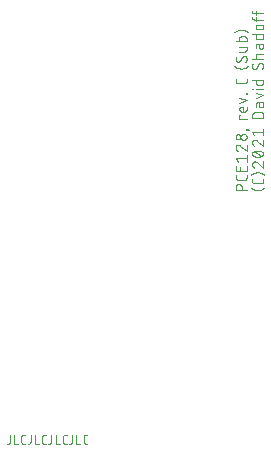
<source format=gbr>
G04 EAGLE Gerber RS-274X export*
G75*
%MOMM*%
%FSLAX34Y34*%
%LPD*%
%INSilkscreen Top*%
%IPPOS*%
%AMOC8*
5,1,8,0,0,1.08239X$1,22.5*%
G01*
%ADD10C,0.076200*%


D10*
X337947Y225171D02*
X328549Y225171D01*
X328549Y227782D01*
X328551Y227883D01*
X328557Y227984D01*
X328567Y228085D01*
X328580Y228185D01*
X328598Y228285D01*
X328619Y228384D01*
X328645Y228482D01*
X328674Y228579D01*
X328706Y228675D01*
X328743Y228769D01*
X328783Y228862D01*
X328827Y228954D01*
X328874Y229043D01*
X328925Y229131D01*
X328979Y229217D01*
X329036Y229300D01*
X329096Y229382D01*
X329160Y229460D01*
X329226Y229537D01*
X329296Y229610D01*
X329368Y229681D01*
X329443Y229749D01*
X329521Y229814D01*
X329601Y229876D01*
X329683Y229935D01*
X329768Y229991D01*
X329855Y230043D01*
X329943Y230092D01*
X330034Y230138D01*
X330126Y230179D01*
X330220Y230218D01*
X330315Y230252D01*
X330411Y230283D01*
X330509Y230310D01*
X330607Y230334D01*
X330707Y230353D01*
X330807Y230369D01*
X330907Y230381D01*
X331008Y230389D01*
X331109Y230393D01*
X331211Y230393D01*
X331312Y230389D01*
X331413Y230381D01*
X331513Y230369D01*
X331613Y230353D01*
X331713Y230334D01*
X331811Y230310D01*
X331909Y230283D01*
X332005Y230252D01*
X332100Y230218D01*
X332194Y230179D01*
X332286Y230138D01*
X332377Y230092D01*
X332466Y230043D01*
X332552Y229991D01*
X332637Y229935D01*
X332719Y229876D01*
X332799Y229814D01*
X332877Y229749D01*
X332952Y229681D01*
X333024Y229610D01*
X333094Y229537D01*
X333160Y229460D01*
X333224Y229382D01*
X333284Y229300D01*
X333341Y229217D01*
X333395Y229131D01*
X333446Y229043D01*
X333493Y228954D01*
X333537Y228862D01*
X333577Y228769D01*
X333614Y228675D01*
X333646Y228579D01*
X333675Y228482D01*
X333701Y228384D01*
X333722Y228285D01*
X333740Y228185D01*
X333753Y228085D01*
X333763Y227984D01*
X333769Y227883D01*
X333771Y227782D01*
X333770Y227782D02*
X333770Y225171D01*
X337947Y235942D02*
X337947Y238030D01*
X337947Y235942D02*
X337945Y235853D01*
X337939Y235765D01*
X337930Y235677D01*
X337917Y235589D01*
X337900Y235502D01*
X337880Y235416D01*
X337855Y235331D01*
X337828Y235246D01*
X337796Y235163D01*
X337762Y235082D01*
X337723Y235002D01*
X337682Y234924D01*
X337637Y234847D01*
X337589Y234773D01*
X337538Y234700D01*
X337484Y234630D01*
X337426Y234563D01*
X337366Y234497D01*
X337304Y234435D01*
X337238Y234375D01*
X337171Y234317D01*
X337101Y234263D01*
X337028Y234212D01*
X336954Y234164D01*
X336877Y234119D01*
X336799Y234078D01*
X336719Y234039D01*
X336638Y234005D01*
X336555Y233973D01*
X336470Y233946D01*
X336385Y233921D01*
X336299Y233901D01*
X336212Y233884D01*
X336124Y233871D01*
X336036Y233862D01*
X335948Y233856D01*
X335859Y233854D01*
X335859Y233853D02*
X330637Y233853D01*
X330546Y233855D01*
X330455Y233861D01*
X330364Y233871D01*
X330274Y233885D01*
X330185Y233903D01*
X330096Y233924D01*
X330009Y233950D01*
X329923Y233979D01*
X329838Y234012D01*
X329754Y234049D01*
X329672Y234089D01*
X329593Y234133D01*
X329515Y234180D01*
X329439Y234231D01*
X329365Y234285D01*
X329294Y234342D01*
X329226Y234402D01*
X329160Y234465D01*
X329097Y234531D01*
X329037Y234599D01*
X328980Y234670D01*
X328926Y234744D01*
X328875Y234820D01*
X328828Y234897D01*
X328784Y234977D01*
X328744Y235059D01*
X328707Y235143D01*
X328674Y235227D01*
X328645Y235314D01*
X328619Y235401D01*
X328598Y235490D01*
X328580Y235579D01*
X328566Y235669D01*
X328556Y235760D01*
X328550Y235851D01*
X328548Y235942D01*
X328549Y235942D02*
X328549Y238030D01*
X337947Y241821D02*
X337947Y245998D01*
X337947Y241821D02*
X328549Y241821D01*
X328549Y245998D01*
X332726Y244954D02*
X332726Y241821D01*
X330637Y249424D02*
X328549Y252034D01*
X337947Y252034D01*
X337947Y249424D02*
X337947Y254645D01*
X330899Y263789D02*
X330804Y263787D01*
X330710Y263781D01*
X330616Y263772D01*
X330522Y263759D01*
X330429Y263742D01*
X330337Y263721D01*
X330245Y263696D01*
X330155Y263668D01*
X330066Y263636D01*
X329978Y263601D01*
X329892Y263562D01*
X329807Y263520D01*
X329724Y263474D01*
X329643Y263425D01*
X329564Y263373D01*
X329487Y263318D01*
X329413Y263259D01*
X329341Y263198D01*
X329271Y263134D01*
X329204Y263067D01*
X329140Y262997D01*
X329079Y262925D01*
X329020Y262851D01*
X328965Y262774D01*
X328913Y262695D01*
X328864Y262614D01*
X328818Y262531D01*
X328776Y262446D01*
X328737Y262360D01*
X328702Y262272D01*
X328670Y262183D01*
X328642Y262093D01*
X328617Y262001D01*
X328596Y261909D01*
X328579Y261816D01*
X328566Y261722D01*
X328557Y261628D01*
X328551Y261534D01*
X328549Y261439D01*
X328551Y261331D01*
X328557Y261222D01*
X328567Y261114D01*
X328580Y261007D01*
X328598Y260900D01*
X328619Y260793D01*
X328644Y260688D01*
X328673Y260583D01*
X328705Y260480D01*
X328742Y260378D01*
X328782Y260277D01*
X328825Y260178D01*
X328872Y260080D01*
X328923Y259984D01*
X328977Y259890D01*
X329034Y259798D01*
X329095Y259708D01*
X329159Y259620D01*
X329225Y259535D01*
X329295Y259452D01*
X329368Y259372D01*
X329444Y259294D01*
X329522Y259219D01*
X329603Y259147D01*
X329687Y259078D01*
X329773Y259012D01*
X329861Y258949D01*
X329952Y258890D01*
X330044Y258833D01*
X330139Y258780D01*
X330236Y258731D01*
X330334Y258685D01*
X330433Y258642D01*
X330535Y258603D01*
X330637Y258568D01*
X332727Y263006D02*
X332658Y263075D01*
X332587Y263141D01*
X332514Y263205D01*
X332438Y263266D01*
X332359Y263324D01*
X332279Y263378D01*
X332196Y263430D01*
X332112Y263478D01*
X332026Y263524D01*
X331938Y263565D01*
X331848Y263604D01*
X331757Y263639D01*
X331665Y263670D01*
X331572Y263698D01*
X331478Y263722D01*
X331383Y263742D01*
X331287Y263759D01*
X331190Y263772D01*
X331093Y263781D01*
X330996Y263787D01*
X330899Y263789D01*
X332726Y263006D02*
X337947Y258568D01*
X337947Y263789D01*
X335336Y267711D02*
X335235Y267713D01*
X335134Y267719D01*
X335033Y267729D01*
X334933Y267742D01*
X334833Y267760D01*
X334734Y267781D01*
X334636Y267807D01*
X334539Y267836D01*
X334443Y267868D01*
X334349Y267905D01*
X334256Y267945D01*
X334164Y267989D01*
X334075Y268036D01*
X333987Y268087D01*
X333901Y268141D01*
X333818Y268198D01*
X333736Y268258D01*
X333658Y268322D01*
X333581Y268388D01*
X333508Y268458D01*
X333437Y268530D01*
X333369Y268605D01*
X333304Y268683D01*
X333242Y268763D01*
X333183Y268845D01*
X333127Y268930D01*
X333075Y269017D01*
X333026Y269105D01*
X332980Y269196D01*
X332939Y269288D01*
X332900Y269382D01*
X332866Y269477D01*
X332835Y269573D01*
X332808Y269671D01*
X332784Y269769D01*
X332765Y269869D01*
X332749Y269969D01*
X332737Y270069D01*
X332729Y270170D01*
X332725Y270271D01*
X332725Y270373D01*
X332729Y270474D01*
X332737Y270575D01*
X332749Y270675D01*
X332765Y270775D01*
X332784Y270875D01*
X332808Y270973D01*
X332835Y271071D01*
X332866Y271167D01*
X332900Y271262D01*
X332939Y271356D01*
X332980Y271448D01*
X333026Y271539D01*
X333075Y271628D01*
X333127Y271714D01*
X333183Y271799D01*
X333242Y271881D01*
X333304Y271961D01*
X333369Y272039D01*
X333437Y272114D01*
X333508Y272186D01*
X333581Y272256D01*
X333658Y272322D01*
X333736Y272386D01*
X333818Y272446D01*
X333901Y272503D01*
X333987Y272557D01*
X334075Y272608D01*
X334164Y272655D01*
X334256Y272699D01*
X334349Y272739D01*
X334443Y272776D01*
X334539Y272808D01*
X334636Y272837D01*
X334734Y272863D01*
X334833Y272884D01*
X334933Y272902D01*
X335033Y272915D01*
X335134Y272925D01*
X335235Y272931D01*
X335336Y272933D01*
X335437Y272931D01*
X335538Y272925D01*
X335639Y272915D01*
X335739Y272902D01*
X335839Y272884D01*
X335938Y272863D01*
X336036Y272837D01*
X336133Y272808D01*
X336229Y272776D01*
X336323Y272739D01*
X336416Y272699D01*
X336508Y272655D01*
X336597Y272608D01*
X336685Y272557D01*
X336771Y272503D01*
X336854Y272446D01*
X336936Y272386D01*
X337014Y272322D01*
X337091Y272256D01*
X337164Y272186D01*
X337235Y272114D01*
X337303Y272039D01*
X337368Y271961D01*
X337430Y271881D01*
X337489Y271799D01*
X337545Y271714D01*
X337597Y271627D01*
X337646Y271539D01*
X337692Y271448D01*
X337733Y271356D01*
X337772Y271262D01*
X337806Y271167D01*
X337837Y271071D01*
X337864Y270973D01*
X337888Y270875D01*
X337907Y270775D01*
X337923Y270675D01*
X337935Y270575D01*
X337943Y270474D01*
X337947Y270373D01*
X337947Y270271D01*
X337943Y270170D01*
X337935Y270069D01*
X337923Y269969D01*
X337907Y269869D01*
X337888Y269769D01*
X337864Y269671D01*
X337837Y269573D01*
X337806Y269477D01*
X337772Y269382D01*
X337733Y269288D01*
X337692Y269196D01*
X337646Y269105D01*
X337597Y269017D01*
X337545Y268930D01*
X337489Y268845D01*
X337430Y268763D01*
X337368Y268683D01*
X337303Y268605D01*
X337235Y268530D01*
X337164Y268458D01*
X337091Y268388D01*
X337014Y268322D01*
X336936Y268258D01*
X336854Y268198D01*
X336771Y268141D01*
X336685Y268087D01*
X336597Y268036D01*
X336508Y267989D01*
X336416Y267945D01*
X336323Y267905D01*
X336229Y267868D01*
X336133Y267836D01*
X336036Y267807D01*
X335938Y267781D01*
X335839Y267760D01*
X335739Y267742D01*
X335639Y267729D01*
X335538Y267719D01*
X335437Y267713D01*
X335336Y267711D01*
X330637Y268234D02*
X330547Y268236D01*
X330458Y268242D01*
X330368Y268251D01*
X330279Y268265D01*
X330191Y268282D01*
X330104Y268303D01*
X330017Y268328D01*
X329932Y268357D01*
X329848Y268389D01*
X329766Y268424D01*
X329685Y268464D01*
X329606Y268506D01*
X329529Y268552D01*
X329454Y268602D01*
X329381Y268654D01*
X329310Y268710D01*
X329242Y268768D01*
X329177Y268830D01*
X329114Y268894D01*
X329054Y268961D01*
X328997Y269030D01*
X328943Y269102D01*
X328892Y269176D01*
X328844Y269252D01*
X328800Y269330D01*
X328759Y269410D01*
X328721Y269492D01*
X328687Y269575D01*
X328657Y269660D01*
X328630Y269746D01*
X328607Y269832D01*
X328588Y269920D01*
X328573Y270009D01*
X328561Y270098D01*
X328553Y270187D01*
X328549Y270277D01*
X328549Y270367D01*
X328553Y270457D01*
X328561Y270546D01*
X328573Y270635D01*
X328588Y270724D01*
X328607Y270812D01*
X328630Y270898D01*
X328657Y270984D01*
X328687Y271069D01*
X328721Y271152D01*
X328759Y271234D01*
X328800Y271314D01*
X328844Y271392D01*
X328892Y271468D01*
X328943Y271542D01*
X328997Y271614D01*
X329054Y271683D01*
X329114Y271750D01*
X329177Y271814D01*
X329242Y271876D01*
X329310Y271934D01*
X329381Y271990D01*
X329454Y272042D01*
X329529Y272092D01*
X329606Y272138D01*
X329685Y272180D01*
X329766Y272220D01*
X329848Y272255D01*
X329932Y272287D01*
X330017Y272316D01*
X330104Y272341D01*
X330191Y272362D01*
X330279Y272379D01*
X330368Y272393D01*
X330458Y272402D01*
X330547Y272408D01*
X330637Y272410D01*
X330727Y272408D01*
X330816Y272402D01*
X330906Y272393D01*
X330995Y272379D01*
X331083Y272362D01*
X331170Y272341D01*
X331257Y272316D01*
X331342Y272287D01*
X331426Y272255D01*
X331508Y272220D01*
X331589Y272180D01*
X331668Y272138D01*
X331745Y272092D01*
X331820Y272042D01*
X331893Y271990D01*
X331964Y271934D01*
X332032Y271876D01*
X332097Y271814D01*
X332160Y271750D01*
X332220Y271683D01*
X332277Y271614D01*
X332331Y271542D01*
X332382Y271468D01*
X332430Y271392D01*
X332474Y271314D01*
X332515Y271234D01*
X332553Y271152D01*
X332587Y271069D01*
X332617Y270984D01*
X332644Y270898D01*
X332667Y270812D01*
X332686Y270724D01*
X332701Y270635D01*
X332713Y270546D01*
X332721Y270457D01*
X332725Y270367D01*
X332725Y270277D01*
X332721Y270187D01*
X332713Y270098D01*
X332701Y270009D01*
X332686Y269920D01*
X332667Y269832D01*
X332644Y269746D01*
X332617Y269660D01*
X332587Y269575D01*
X332553Y269492D01*
X332515Y269410D01*
X332474Y269330D01*
X332430Y269252D01*
X332382Y269176D01*
X332331Y269102D01*
X332277Y269030D01*
X332220Y268961D01*
X332160Y268894D01*
X332097Y268830D01*
X332032Y268768D01*
X331964Y268710D01*
X331893Y268654D01*
X331820Y268602D01*
X331745Y268552D01*
X331668Y268506D01*
X331589Y268464D01*
X331508Y268424D01*
X331426Y268389D01*
X331342Y268357D01*
X331257Y268328D01*
X331170Y268303D01*
X331083Y268282D01*
X330995Y268265D01*
X330906Y268251D01*
X330816Y268242D01*
X330727Y268236D01*
X330637Y268234D01*
X337947Y276428D02*
X337947Y276950D01*
X337947Y276428D02*
X337425Y276428D01*
X337425Y276950D01*
X337947Y276950D01*
X340035Y276167D01*
X337947Y285659D02*
X331682Y285659D01*
X331682Y288791D01*
X332726Y288791D01*
X337947Y293269D02*
X337947Y295880D01*
X337947Y293269D02*
X337945Y293192D01*
X337939Y293116D01*
X337930Y293039D01*
X337917Y292963D01*
X337900Y292888D01*
X337880Y292814D01*
X337855Y292741D01*
X337828Y292670D01*
X337797Y292599D01*
X337762Y292531D01*
X337724Y292464D01*
X337683Y292399D01*
X337639Y292336D01*
X337592Y292276D01*
X337541Y292217D01*
X337488Y292162D01*
X337433Y292109D01*
X337374Y292058D01*
X337314Y292011D01*
X337251Y291967D01*
X337186Y291926D01*
X337119Y291888D01*
X337051Y291853D01*
X336980Y291822D01*
X336909Y291795D01*
X336836Y291770D01*
X336762Y291750D01*
X336687Y291733D01*
X336611Y291720D01*
X336534Y291711D01*
X336458Y291705D01*
X336381Y291703D01*
X333770Y291703D01*
X333770Y291704D02*
X333680Y291706D01*
X333591Y291712D01*
X333501Y291721D01*
X333412Y291735D01*
X333324Y291752D01*
X333237Y291773D01*
X333150Y291798D01*
X333065Y291827D01*
X332981Y291859D01*
X332899Y291894D01*
X332818Y291934D01*
X332739Y291976D01*
X332662Y292022D01*
X332587Y292072D01*
X332514Y292124D01*
X332443Y292180D01*
X332375Y292238D01*
X332310Y292300D01*
X332247Y292364D01*
X332187Y292431D01*
X332130Y292500D01*
X332076Y292572D01*
X332025Y292646D01*
X331977Y292722D01*
X331933Y292800D01*
X331892Y292880D01*
X331854Y292962D01*
X331820Y293045D01*
X331790Y293130D01*
X331763Y293216D01*
X331740Y293302D01*
X331721Y293390D01*
X331706Y293479D01*
X331694Y293568D01*
X331686Y293657D01*
X331682Y293747D01*
X331682Y293837D01*
X331686Y293927D01*
X331694Y294016D01*
X331706Y294105D01*
X331721Y294194D01*
X331740Y294282D01*
X331763Y294368D01*
X331790Y294454D01*
X331820Y294539D01*
X331854Y294622D01*
X331892Y294704D01*
X331933Y294784D01*
X331977Y294862D01*
X332025Y294938D01*
X332076Y295012D01*
X332130Y295084D01*
X332187Y295153D01*
X332247Y295220D01*
X332310Y295284D01*
X332375Y295346D01*
X332443Y295404D01*
X332514Y295460D01*
X332587Y295512D01*
X332662Y295562D01*
X332739Y295608D01*
X332818Y295650D01*
X332899Y295690D01*
X332981Y295725D01*
X333065Y295757D01*
X333150Y295786D01*
X333237Y295811D01*
X333324Y295832D01*
X333412Y295849D01*
X333501Y295863D01*
X333591Y295872D01*
X333680Y295878D01*
X333770Y295880D01*
X334814Y295880D01*
X334814Y291703D01*
X331682Y299323D02*
X337947Y301412D01*
X331682Y303500D01*
X337425Y306637D02*
X337947Y306637D01*
X337425Y306637D02*
X337425Y307159D01*
X337947Y307159D01*
X337947Y306637D01*
X337947Y317628D02*
X337947Y319716D01*
X337947Y317628D02*
X337945Y317539D01*
X337939Y317451D01*
X337930Y317363D01*
X337917Y317275D01*
X337900Y317188D01*
X337880Y317102D01*
X337855Y317017D01*
X337828Y316932D01*
X337796Y316849D01*
X337762Y316768D01*
X337723Y316688D01*
X337682Y316610D01*
X337637Y316533D01*
X337589Y316459D01*
X337538Y316386D01*
X337484Y316316D01*
X337426Y316249D01*
X337366Y316183D01*
X337304Y316121D01*
X337238Y316061D01*
X337171Y316003D01*
X337101Y315949D01*
X337028Y315898D01*
X336954Y315850D01*
X336877Y315805D01*
X336799Y315764D01*
X336719Y315725D01*
X336638Y315691D01*
X336555Y315659D01*
X336470Y315632D01*
X336385Y315607D01*
X336299Y315587D01*
X336212Y315570D01*
X336124Y315557D01*
X336036Y315548D01*
X335948Y315542D01*
X335859Y315540D01*
X335859Y315539D02*
X330637Y315539D01*
X330546Y315541D01*
X330455Y315547D01*
X330364Y315557D01*
X330274Y315571D01*
X330185Y315589D01*
X330096Y315610D01*
X330009Y315636D01*
X329923Y315665D01*
X329838Y315698D01*
X329754Y315735D01*
X329672Y315775D01*
X329593Y315819D01*
X329515Y315866D01*
X329439Y315917D01*
X329365Y315971D01*
X329294Y316028D01*
X329226Y316088D01*
X329160Y316151D01*
X329097Y316217D01*
X329037Y316285D01*
X328980Y316356D01*
X328926Y316430D01*
X328875Y316506D01*
X328828Y316583D01*
X328784Y316663D01*
X328744Y316745D01*
X328707Y316829D01*
X328674Y316913D01*
X328645Y317000D01*
X328619Y317087D01*
X328598Y317176D01*
X328580Y317265D01*
X328566Y317355D01*
X328556Y317446D01*
X328550Y317537D01*
X328548Y317628D01*
X328549Y317628D02*
X328549Y319716D01*
X333248Y328127D02*
X333033Y328130D01*
X332818Y328137D01*
X332603Y328150D01*
X332389Y328168D01*
X332175Y328192D01*
X331962Y328220D01*
X331750Y328253D01*
X331538Y328292D01*
X331328Y328336D01*
X331118Y328384D01*
X330910Y328438D01*
X330703Y328497D01*
X330498Y328561D01*
X330294Y328629D01*
X330092Y328703D01*
X329891Y328781D01*
X329693Y328864D01*
X329497Y328952D01*
X329303Y329045D01*
X329111Y329142D01*
X328921Y329244D01*
X328734Y329350D01*
X328550Y329461D01*
X328369Y329576D01*
X328190Y329695D01*
X328014Y329819D01*
X327841Y329947D01*
X327671Y330079D01*
X327505Y330215D01*
X333248Y328127D02*
X333463Y328130D01*
X333678Y328137D01*
X333893Y328150D01*
X334107Y328168D01*
X334321Y328192D01*
X334534Y328220D01*
X334746Y328253D01*
X334958Y328292D01*
X335168Y328336D01*
X335378Y328384D01*
X335586Y328438D01*
X335793Y328497D01*
X335998Y328561D01*
X336202Y328629D01*
X336404Y328703D01*
X336605Y328781D01*
X336803Y328864D01*
X336999Y328952D01*
X337193Y329045D01*
X337385Y329142D01*
X337575Y329244D01*
X337762Y329350D01*
X337946Y329461D01*
X338128Y329576D01*
X338306Y329695D01*
X338482Y329819D01*
X338655Y329947D01*
X338825Y330079D01*
X338991Y330215D01*
X337947Y336681D02*
X337945Y336770D01*
X337939Y336858D01*
X337930Y336946D01*
X337917Y337034D01*
X337900Y337121D01*
X337880Y337207D01*
X337855Y337292D01*
X337828Y337377D01*
X337796Y337460D01*
X337762Y337541D01*
X337723Y337621D01*
X337682Y337699D01*
X337637Y337776D01*
X337589Y337850D01*
X337538Y337923D01*
X337484Y337993D01*
X337426Y338060D01*
X337366Y338126D01*
X337304Y338188D01*
X337238Y338248D01*
X337171Y338306D01*
X337101Y338360D01*
X337028Y338411D01*
X336954Y338459D01*
X336877Y338504D01*
X336799Y338545D01*
X336719Y338584D01*
X336638Y338618D01*
X336555Y338650D01*
X336470Y338677D01*
X336385Y338702D01*
X336299Y338722D01*
X336212Y338739D01*
X336124Y338752D01*
X336036Y338761D01*
X335948Y338767D01*
X335859Y338769D01*
X337947Y336681D02*
X337945Y336552D01*
X337939Y336423D01*
X337930Y336294D01*
X337917Y336166D01*
X337900Y336038D01*
X337879Y335911D01*
X337855Y335784D01*
X337827Y335658D01*
X337795Y335533D01*
X337760Y335409D01*
X337721Y335286D01*
X337678Y335164D01*
X337632Y335044D01*
X337582Y334925D01*
X337529Y334807D01*
X337473Y334691D01*
X337413Y334577D01*
X337350Y334464D01*
X337283Y334354D01*
X337214Y334245D01*
X337141Y334139D01*
X337065Y334034D01*
X336986Y333932D01*
X336904Y333833D01*
X336820Y333735D01*
X336732Y333640D01*
X336642Y333548D01*
X330637Y333809D02*
X330548Y333811D01*
X330460Y333817D01*
X330372Y333826D01*
X330284Y333839D01*
X330197Y333856D01*
X330111Y333876D01*
X330026Y333901D01*
X329941Y333928D01*
X329858Y333960D01*
X329777Y333994D01*
X329697Y334033D01*
X329619Y334074D01*
X329542Y334119D01*
X329468Y334167D01*
X329395Y334218D01*
X329325Y334272D01*
X329258Y334330D01*
X329192Y334390D01*
X329130Y334452D01*
X329070Y334518D01*
X329012Y334585D01*
X328958Y334655D01*
X328907Y334728D01*
X328859Y334802D01*
X328814Y334879D01*
X328773Y334957D01*
X328734Y335037D01*
X328700Y335118D01*
X328668Y335201D01*
X328641Y335286D01*
X328616Y335371D01*
X328596Y335457D01*
X328579Y335544D01*
X328566Y335632D01*
X328557Y335720D01*
X328551Y335808D01*
X328549Y335897D01*
X328551Y336017D01*
X328556Y336137D01*
X328566Y336256D01*
X328578Y336376D01*
X328595Y336495D01*
X328615Y336613D01*
X328639Y336731D01*
X328666Y336847D01*
X328697Y336963D01*
X328731Y337078D01*
X328769Y337192D01*
X328811Y337305D01*
X328856Y337416D01*
X328904Y337526D01*
X328955Y337634D01*
X329010Y337741D01*
X329068Y337846D01*
X329130Y337949D01*
X329194Y338050D01*
X329262Y338150D01*
X329332Y338247D01*
X332464Y334853D02*
X332416Y334775D01*
X332364Y334699D01*
X332310Y334626D01*
X332252Y334555D01*
X332191Y334486D01*
X332127Y334420D01*
X332060Y334357D01*
X331991Y334297D01*
X331919Y334240D01*
X331845Y334186D01*
X331768Y334136D01*
X331689Y334088D01*
X331609Y334045D01*
X331526Y334004D01*
X331442Y333968D01*
X331357Y333935D01*
X331270Y333906D01*
X331181Y333880D01*
X331092Y333858D01*
X331002Y333841D01*
X330912Y333827D01*
X330820Y333817D01*
X330729Y333811D01*
X330637Y333809D01*
X334032Y337725D02*
X334080Y337803D01*
X334132Y337879D01*
X334186Y337952D01*
X334244Y338023D01*
X334305Y338092D01*
X334369Y338158D01*
X334436Y338221D01*
X334505Y338281D01*
X334577Y338338D01*
X334651Y338392D01*
X334728Y338442D01*
X334807Y338490D01*
X334887Y338533D01*
X334970Y338574D01*
X335054Y338610D01*
X335139Y338643D01*
X335226Y338672D01*
X335315Y338698D01*
X335404Y338720D01*
X335494Y338737D01*
X335584Y338751D01*
X335676Y338761D01*
X335767Y338767D01*
X335859Y338769D01*
X334031Y337725D02*
X332465Y334853D01*
X331682Y342604D02*
X336381Y342604D01*
X336381Y342605D02*
X336458Y342607D01*
X336534Y342613D01*
X336611Y342622D01*
X336687Y342635D01*
X336762Y342652D01*
X336836Y342672D01*
X336909Y342697D01*
X336980Y342724D01*
X337051Y342755D01*
X337119Y342790D01*
X337186Y342828D01*
X337251Y342869D01*
X337314Y342913D01*
X337374Y342960D01*
X337433Y343011D01*
X337488Y343064D01*
X337541Y343119D01*
X337592Y343178D01*
X337639Y343238D01*
X337683Y343301D01*
X337724Y343366D01*
X337762Y343433D01*
X337797Y343501D01*
X337828Y343572D01*
X337855Y343643D01*
X337880Y343716D01*
X337900Y343790D01*
X337917Y343865D01*
X337930Y343941D01*
X337939Y344018D01*
X337945Y344094D01*
X337947Y344171D01*
X337947Y346781D01*
X331682Y346781D01*
X328549Y351184D02*
X337947Y351184D01*
X337947Y353795D01*
X337945Y353872D01*
X337939Y353948D01*
X337930Y354025D01*
X337917Y354101D01*
X337900Y354176D01*
X337880Y354250D01*
X337855Y354323D01*
X337828Y354394D01*
X337797Y354465D01*
X337762Y354533D01*
X337724Y354600D01*
X337683Y354665D01*
X337639Y354728D01*
X337592Y354788D01*
X337541Y354847D01*
X337488Y354902D01*
X337433Y354955D01*
X337374Y355006D01*
X337314Y355053D01*
X337251Y355097D01*
X337186Y355138D01*
X337119Y355176D01*
X337051Y355211D01*
X336980Y355242D01*
X336909Y355269D01*
X336836Y355294D01*
X336762Y355314D01*
X336687Y355331D01*
X336611Y355344D01*
X336534Y355353D01*
X336458Y355359D01*
X336381Y355361D01*
X333248Y355361D01*
X333171Y355359D01*
X333095Y355353D01*
X333018Y355344D01*
X332942Y355331D01*
X332867Y355314D01*
X332793Y355294D01*
X332720Y355269D01*
X332649Y355242D01*
X332578Y355211D01*
X332510Y355176D01*
X332443Y355138D01*
X332378Y355097D01*
X332315Y355053D01*
X332255Y355006D01*
X332196Y354955D01*
X332141Y354902D01*
X332088Y354847D01*
X332037Y354788D01*
X331990Y354728D01*
X331946Y354665D01*
X331905Y354600D01*
X331867Y354533D01*
X331832Y354465D01*
X331801Y354394D01*
X331774Y354323D01*
X331749Y354250D01*
X331729Y354176D01*
X331712Y354101D01*
X331699Y354025D01*
X331690Y353948D01*
X331684Y353872D01*
X331682Y353795D01*
X331682Y351184D01*
X333248Y360954D02*
X333463Y360951D01*
X333678Y360944D01*
X333893Y360931D01*
X334107Y360913D01*
X334321Y360889D01*
X334534Y360861D01*
X334746Y360828D01*
X334958Y360789D01*
X335168Y360745D01*
X335378Y360697D01*
X335586Y360643D01*
X335793Y360584D01*
X335998Y360520D01*
X336202Y360452D01*
X336404Y360378D01*
X336605Y360300D01*
X336803Y360217D01*
X336999Y360129D01*
X337193Y360036D01*
X337385Y359939D01*
X337575Y359837D01*
X337762Y359731D01*
X337946Y359620D01*
X338128Y359505D01*
X338306Y359386D01*
X338482Y359262D01*
X338655Y359134D01*
X338825Y359002D01*
X338991Y358866D01*
X333248Y360954D02*
X333033Y360951D01*
X332818Y360944D01*
X332603Y360931D01*
X332389Y360913D01*
X332175Y360889D01*
X331962Y360861D01*
X331750Y360828D01*
X331538Y360789D01*
X331328Y360745D01*
X331118Y360697D01*
X330910Y360643D01*
X330703Y360584D01*
X330498Y360520D01*
X330294Y360452D01*
X330092Y360378D01*
X329891Y360300D01*
X329693Y360217D01*
X329497Y360129D01*
X329303Y360036D01*
X329111Y359939D01*
X328921Y359837D01*
X328734Y359731D01*
X328550Y359620D01*
X328369Y359505D01*
X328190Y359386D01*
X328014Y359262D01*
X327841Y359134D01*
X327671Y359002D01*
X327505Y358866D01*
X341475Y227259D02*
X341641Y227123D01*
X341811Y226991D01*
X341984Y226863D01*
X342160Y226739D01*
X342339Y226620D01*
X342520Y226505D01*
X342704Y226394D01*
X342891Y226288D01*
X343081Y226186D01*
X343273Y226089D01*
X343467Y225996D01*
X343663Y225908D01*
X343861Y225825D01*
X344062Y225747D01*
X344264Y225673D01*
X344468Y225605D01*
X344673Y225541D01*
X344880Y225482D01*
X345088Y225428D01*
X345298Y225380D01*
X345508Y225336D01*
X345720Y225297D01*
X345932Y225264D01*
X346145Y225236D01*
X346359Y225212D01*
X346573Y225194D01*
X346788Y225181D01*
X347003Y225174D01*
X347218Y225171D01*
X347433Y225174D01*
X347648Y225181D01*
X347863Y225194D01*
X348077Y225212D01*
X348291Y225236D01*
X348504Y225264D01*
X348716Y225297D01*
X348928Y225336D01*
X349138Y225380D01*
X349348Y225428D01*
X349556Y225482D01*
X349763Y225541D01*
X349968Y225605D01*
X350172Y225673D01*
X350374Y225747D01*
X350575Y225825D01*
X350773Y225908D01*
X350969Y225996D01*
X351163Y226089D01*
X351355Y226186D01*
X351545Y226288D01*
X351732Y226394D01*
X351916Y226505D01*
X352098Y226620D01*
X352276Y226739D01*
X352452Y226863D01*
X352625Y226991D01*
X352795Y227123D01*
X352961Y227259D01*
X351917Y232960D02*
X351917Y235048D01*
X351917Y232960D02*
X351915Y232871D01*
X351909Y232783D01*
X351900Y232695D01*
X351887Y232607D01*
X351870Y232520D01*
X351850Y232434D01*
X351825Y232349D01*
X351798Y232264D01*
X351766Y232181D01*
X351732Y232100D01*
X351693Y232020D01*
X351652Y231942D01*
X351607Y231865D01*
X351559Y231791D01*
X351508Y231718D01*
X351454Y231648D01*
X351396Y231581D01*
X351336Y231515D01*
X351274Y231453D01*
X351208Y231393D01*
X351141Y231335D01*
X351071Y231281D01*
X350998Y231230D01*
X350924Y231182D01*
X350847Y231137D01*
X350769Y231096D01*
X350689Y231057D01*
X350608Y231023D01*
X350525Y230991D01*
X350440Y230964D01*
X350355Y230939D01*
X350269Y230919D01*
X350182Y230902D01*
X350094Y230889D01*
X350006Y230880D01*
X349918Y230874D01*
X349829Y230872D01*
X349829Y230871D02*
X344607Y230871D01*
X344516Y230873D01*
X344425Y230879D01*
X344334Y230889D01*
X344244Y230903D01*
X344155Y230921D01*
X344066Y230942D01*
X343979Y230968D01*
X343893Y230997D01*
X343808Y231030D01*
X343724Y231067D01*
X343642Y231107D01*
X343563Y231151D01*
X343485Y231198D01*
X343409Y231249D01*
X343335Y231303D01*
X343264Y231360D01*
X343196Y231420D01*
X343130Y231483D01*
X343067Y231549D01*
X343007Y231617D01*
X342950Y231688D01*
X342896Y231762D01*
X342845Y231838D01*
X342798Y231915D01*
X342754Y231995D01*
X342714Y232077D01*
X342677Y232161D01*
X342644Y232245D01*
X342615Y232332D01*
X342589Y232419D01*
X342568Y232508D01*
X342550Y232597D01*
X342536Y232687D01*
X342526Y232778D01*
X342520Y232869D01*
X342518Y232960D01*
X342519Y232960D02*
X342519Y235048D01*
X347218Y240320D02*
X347433Y240317D01*
X347648Y240310D01*
X347863Y240297D01*
X348077Y240279D01*
X348291Y240255D01*
X348504Y240227D01*
X348716Y240194D01*
X348928Y240155D01*
X349138Y240111D01*
X349348Y240063D01*
X349556Y240009D01*
X349763Y239950D01*
X349968Y239886D01*
X350172Y239818D01*
X350374Y239744D01*
X350575Y239666D01*
X350773Y239583D01*
X350969Y239495D01*
X351163Y239402D01*
X351355Y239305D01*
X351545Y239203D01*
X351732Y239097D01*
X351916Y238986D01*
X352098Y238871D01*
X352276Y238752D01*
X352452Y238628D01*
X352625Y238500D01*
X352795Y238368D01*
X352961Y238232D01*
X347218Y240320D02*
X347003Y240317D01*
X346788Y240310D01*
X346573Y240297D01*
X346359Y240279D01*
X346145Y240255D01*
X345932Y240227D01*
X345720Y240194D01*
X345508Y240155D01*
X345298Y240111D01*
X345088Y240063D01*
X344880Y240009D01*
X344673Y239950D01*
X344468Y239886D01*
X344264Y239818D01*
X344062Y239744D01*
X343861Y239666D01*
X343663Y239583D01*
X343467Y239495D01*
X343273Y239402D01*
X343081Y239305D01*
X342891Y239203D01*
X342704Y239097D01*
X342520Y238986D01*
X342339Y238871D01*
X342160Y238752D01*
X341984Y238628D01*
X341811Y238500D01*
X341641Y238368D01*
X341475Y238232D01*
X342519Y247180D02*
X342521Y247275D01*
X342527Y247369D01*
X342536Y247463D01*
X342549Y247557D01*
X342566Y247650D01*
X342587Y247742D01*
X342612Y247834D01*
X342640Y247924D01*
X342672Y248013D01*
X342707Y248101D01*
X342746Y248187D01*
X342788Y248272D01*
X342834Y248355D01*
X342883Y248436D01*
X342935Y248515D01*
X342990Y248592D01*
X343049Y248666D01*
X343110Y248738D01*
X343174Y248808D01*
X343241Y248875D01*
X343311Y248939D01*
X343383Y249000D01*
X343457Y249059D01*
X343534Y249114D01*
X343613Y249166D01*
X343694Y249215D01*
X343777Y249261D01*
X343862Y249303D01*
X343948Y249342D01*
X344036Y249377D01*
X344125Y249409D01*
X344215Y249437D01*
X344307Y249462D01*
X344399Y249483D01*
X344492Y249500D01*
X344586Y249513D01*
X344680Y249522D01*
X344774Y249528D01*
X344869Y249530D01*
X342519Y247180D02*
X342521Y247072D01*
X342527Y246963D01*
X342537Y246855D01*
X342550Y246748D01*
X342568Y246641D01*
X342589Y246534D01*
X342614Y246429D01*
X342643Y246324D01*
X342675Y246221D01*
X342712Y246119D01*
X342752Y246018D01*
X342795Y245919D01*
X342842Y245821D01*
X342893Y245725D01*
X342947Y245631D01*
X343004Y245539D01*
X343065Y245449D01*
X343129Y245361D01*
X343195Y245276D01*
X343265Y245193D01*
X343338Y245113D01*
X343414Y245035D01*
X343492Y244960D01*
X343573Y244888D01*
X343657Y244819D01*
X343743Y244753D01*
X343831Y244690D01*
X343922Y244631D01*
X344014Y244574D01*
X344109Y244521D01*
X344206Y244472D01*
X344304Y244426D01*
X344403Y244383D01*
X344505Y244344D01*
X344607Y244309D01*
X346697Y248747D02*
X346628Y248816D01*
X346557Y248882D01*
X346484Y248946D01*
X346408Y249007D01*
X346329Y249065D01*
X346249Y249119D01*
X346166Y249171D01*
X346082Y249219D01*
X345996Y249265D01*
X345908Y249306D01*
X345818Y249345D01*
X345727Y249380D01*
X345635Y249411D01*
X345542Y249439D01*
X345448Y249463D01*
X345353Y249483D01*
X345257Y249500D01*
X345160Y249513D01*
X345063Y249522D01*
X344966Y249528D01*
X344869Y249530D01*
X346696Y248746D02*
X351917Y244308D01*
X351917Y249529D01*
X347218Y253452D02*
X347033Y253454D01*
X346848Y253461D01*
X346664Y253472D01*
X346480Y253487D01*
X346296Y253507D01*
X346112Y253531D01*
X345930Y253560D01*
X345748Y253593D01*
X345567Y253630D01*
X345387Y253672D01*
X345207Y253718D01*
X345029Y253768D01*
X344853Y253822D01*
X344677Y253881D01*
X344503Y253943D01*
X344331Y254010D01*
X344160Y254081D01*
X343991Y254156D01*
X343824Y254235D01*
X343744Y254265D01*
X343665Y254298D01*
X343588Y254335D01*
X343512Y254375D01*
X343438Y254418D01*
X343366Y254464D01*
X343297Y254514D01*
X343229Y254566D01*
X343164Y254622D01*
X343101Y254680D01*
X343042Y254742D01*
X342984Y254805D01*
X342930Y254872D01*
X342879Y254940D01*
X342831Y255011D01*
X342786Y255084D01*
X342744Y255158D01*
X342706Y255235D01*
X342671Y255313D01*
X342639Y255392D01*
X342611Y255473D01*
X342587Y255555D01*
X342566Y255639D01*
X342549Y255722D01*
X342536Y255807D01*
X342527Y255892D01*
X342521Y255977D01*
X342519Y256063D01*
X342521Y256149D01*
X342527Y256234D01*
X342536Y256319D01*
X342549Y256404D01*
X342566Y256487D01*
X342587Y256571D01*
X342611Y256653D01*
X342639Y256734D01*
X342671Y256813D01*
X342706Y256891D01*
X342744Y256968D01*
X342786Y257042D01*
X342831Y257115D01*
X342879Y257186D01*
X342930Y257254D01*
X342984Y257321D01*
X343042Y257384D01*
X343101Y257446D01*
X343164Y257504D01*
X343229Y257560D01*
X343297Y257612D01*
X343366Y257662D01*
X343438Y257708D01*
X343512Y257751D01*
X343588Y257791D01*
X343665Y257828D01*
X343744Y257861D01*
X343824Y257891D01*
X343824Y257890D02*
X343991Y257969D01*
X344160Y258044D01*
X344331Y258115D01*
X344503Y258182D01*
X344677Y258244D01*
X344853Y258303D01*
X345029Y258357D01*
X345207Y258407D01*
X345387Y258453D01*
X345567Y258495D01*
X345748Y258532D01*
X345930Y258565D01*
X346112Y258594D01*
X346296Y258618D01*
X346480Y258638D01*
X346664Y258653D01*
X346848Y258664D01*
X347033Y258671D01*
X347218Y258673D01*
X347218Y253452D02*
X347403Y253454D01*
X347588Y253461D01*
X347772Y253472D01*
X347956Y253487D01*
X348140Y253507D01*
X348324Y253531D01*
X348506Y253560D01*
X348688Y253593D01*
X348869Y253630D01*
X349049Y253672D01*
X349229Y253718D01*
X349407Y253768D01*
X349583Y253822D01*
X349759Y253881D01*
X349933Y253943D01*
X350105Y254010D01*
X350276Y254081D01*
X350445Y254156D01*
X350612Y254235D01*
X350692Y254265D01*
X350771Y254298D01*
X350848Y254335D01*
X350924Y254375D01*
X350998Y254418D01*
X351070Y254464D01*
X351139Y254514D01*
X351207Y254567D01*
X351272Y254622D01*
X351335Y254681D01*
X351394Y254742D01*
X351452Y254805D01*
X351506Y254872D01*
X351557Y254940D01*
X351605Y255011D01*
X351650Y255084D01*
X351692Y255158D01*
X351730Y255235D01*
X351765Y255313D01*
X351797Y255392D01*
X351825Y255473D01*
X351849Y255555D01*
X351870Y255639D01*
X351887Y255722D01*
X351900Y255807D01*
X351909Y255892D01*
X351915Y255977D01*
X351917Y256063D01*
X350612Y257890D02*
X350445Y257969D01*
X350276Y258044D01*
X350105Y258115D01*
X349933Y258182D01*
X349759Y258244D01*
X349583Y258303D01*
X349407Y258357D01*
X349229Y258407D01*
X349049Y258453D01*
X348869Y258495D01*
X348688Y258532D01*
X348506Y258565D01*
X348324Y258594D01*
X348140Y258618D01*
X347956Y258638D01*
X347772Y258653D01*
X347588Y258664D01*
X347403Y258671D01*
X347218Y258673D01*
X350612Y257891D02*
X350692Y257861D01*
X350771Y257828D01*
X350848Y257791D01*
X350924Y257751D01*
X350998Y257708D01*
X351070Y257662D01*
X351139Y257612D01*
X351207Y257560D01*
X351272Y257504D01*
X351335Y257446D01*
X351394Y257384D01*
X351452Y257321D01*
X351506Y257254D01*
X351557Y257186D01*
X351605Y257115D01*
X351650Y257042D01*
X351692Y256968D01*
X351730Y256891D01*
X351765Y256813D01*
X351797Y256734D01*
X351825Y256653D01*
X351849Y256571D01*
X351870Y256487D01*
X351887Y256404D01*
X351900Y256319D01*
X351909Y256234D01*
X351915Y256149D01*
X351917Y256063D01*
X349829Y253974D02*
X344607Y258151D01*
X342519Y265468D02*
X342521Y265563D01*
X342527Y265657D01*
X342536Y265751D01*
X342549Y265845D01*
X342566Y265938D01*
X342587Y266030D01*
X342612Y266122D01*
X342640Y266212D01*
X342672Y266301D01*
X342707Y266389D01*
X342746Y266475D01*
X342788Y266560D01*
X342834Y266643D01*
X342883Y266724D01*
X342935Y266803D01*
X342990Y266880D01*
X343049Y266954D01*
X343110Y267026D01*
X343174Y267096D01*
X343241Y267163D01*
X343311Y267227D01*
X343383Y267288D01*
X343457Y267347D01*
X343534Y267402D01*
X343613Y267454D01*
X343694Y267503D01*
X343777Y267549D01*
X343862Y267591D01*
X343948Y267630D01*
X344036Y267665D01*
X344125Y267697D01*
X344215Y267725D01*
X344307Y267750D01*
X344399Y267771D01*
X344492Y267788D01*
X344586Y267801D01*
X344680Y267810D01*
X344774Y267816D01*
X344869Y267818D01*
X342519Y265468D02*
X342521Y265360D01*
X342527Y265251D01*
X342537Y265143D01*
X342550Y265036D01*
X342568Y264929D01*
X342589Y264822D01*
X342614Y264717D01*
X342643Y264612D01*
X342675Y264509D01*
X342712Y264407D01*
X342752Y264306D01*
X342795Y264207D01*
X342842Y264109D01*
X342893Y264013D01*
X342947Y263919D01*
X343004Y263827D01*
X343065Y263737D01*
X343129Y263649D01*
X343195Y263564D01*
X343265Y263481D01*
X343338Y263401D01*
X343414Y263323D01*
X343492Y263248D01*
X343573Y263176D01*
X343657Y263107D01*
X343743Y263041D01*
X343831Y262978D01*
X343922Y262919D01*
X344014Y262862D01*
X344109Y262809D01*
X344206Y262760D01*
X344304Y262714D01*
X344403Y262671D01*
X344505Y262632D01*
X344607Y262597D01*
X346697Y267035D02*
X346628Y267104D01*
X346557Y267170D01*
X346484Y267234D01*
X346408Y267295D01*
X346329Y267353D01*
X346249Y267407D01*
X346166Y267459D01*
X346082Y267507D01*
X345996Y267553D01*
X345908Y267594D01*
X345818Y267633D01*
X345727Y267668D01*
X345635Y267699D01*
X345542Y267727D01*
X345448Y267751D01*
X345353Y267771D01*
X345257Y267788D01*
X345160Y267801D01*
X345063Y267810D01*
X344966Y267816D01*
X344869Y267818D01*
X346696Y267034D02*
X351917Y262596D01*
X351917Y267817D01*
X344607Y271740D02*
X342519Y274351D01*
X351917Y274351D01*
X351917Y276961D02*
X351917Y271740D01*
X351917Y286066D02*
X342519Y286066D01*
X342519Y288676D01*
X342521Y288776D01*
X342527Y288876D01*
X342536Y288975D01*
X342550Y289075D01*
X342567Y289173D01*
X342588Y289271D01*
X342612Y289368D01*
X342641Y289464D01*
X342673Y289559D01*
X342708Y289652D01*
X342747Y289744D01*
X342790Y289835D01*
X342836Y289923D01*
X342886Y290010D01*
X342938Y290095D01*
X342994Y290178D01*
X343053Y290259D01*
X343116Y290337D01*
X343181Y290413D01*
X343249Y290487D01*
X343319Y290557D01*
X343393Y290625D01*
X343469Y290690D01*
X343547Y290753D01*
X343628Y290812D01*
X343711Y290868D01*
X343796Y290920D01*
X343883Y290970D01*
X343971Y291016D01*
X344062Y291059D01*
X344154Y291098D01*
X344247Y291133D01*
X344342Y291165D01*
X344438Y291194D01*
X344535Y291218D01*
X344633Y291239D01*
X344731Y291256D01*
X344831Y291270D01*
X344930Y291279D01*
X345030Y291285D01*
X345130Y291287D01*
X349306Y291287D01*
X349406Y291285D01*
X349506Y291279D01*
X349605Y291270D01*
X349705Y291256D01*
X349803Y291239D01*
X349901Y291218D01*
X349998Y291194D01*
X350094Y291165D01*
X350189Y291133D01*
X350282Y291098D01*
X350374Y291059D01*
X350465Y291016D01*
X350553Y290970D01*
X350640Y290920D01*
X350725Y290868D01*
X350808Y290812D01*
X350889Y290753D01*
X350967Y290690D01*
X351043Y290625D01*
X351117Y290557D01*
X351187Y290487D01*
X351255Y290413D01*
X351320Y290337D01*
X351383Y290259D01*
X351442Y290178D01*
X351498Y290095D01*
X351550Y290010D01*
X351600Y289923D01*
X351646Y289835D01*
X351689Y289744D01*
X351728Y289652D01*
X351763Y289559D01*
X351795Y289464D01*
X351824Y289368D01*
X351848Y289271D01*
X351869Y289173D01*
X351886Y289075D01*
X351900Y288975D01*
X351909Y288876D01*
X351915Y288776D01*
X351917Y288676D01*
X351917Y286066D01*
X348262Y297209D02*
X348262Y299558D01*
X348263Y297209D02*
X348265Y297125D01*
X348271Y297040D01*
X348281Y296957D01*
X348294Y296873D01*
X348312Y296791D01*
X348333Y296709D01*
X348358Y296628D01*
X348386Y296549D01*
X348419Y296471D01*
X348455Y296395D01*
X348494Y296320D01*
X348537Y296247D01*
X348583Y296176D01*
X348632Y296108D01*
X348684Y296042D01*
X348740Y295978D01*
X348798Y295917D01*
X348859Y295859D01*
X348923Y295803D01*
X348989Y295751D01*
X349057Y295702D01*
X349128Y295656D01*
X349201Y295613D01*
X349276Y295574D01*
X349352Y295538D01*
X349430Y295505D01*
X349509Y295477D01*
X349590Y295452D01*
X349672Y295431D01*
X349754Y295413D01*
X349838Y295400D01*
X349921Y295390D01*
X350006Y295384D01*
X350090Y295382D01*
X350174Y295384D01*
X350259Y295390D01*
X350342Y295400D01*
X350426Y295413D01*
X350508Y295431D01*
X350590Y295452D01*
X350671Y295477D01*
X350750Y295505D01*
X350828Y295538D01*
X350904Y295574D01*
X350979Y295613D01*
X351052Y295656D01*
X351123Y295702D01*
X351191Y295751D01*
X351257Y295803D01*
X351321Y295859D01*
X351382Y295917D01*
X351440Y295978D01*
X351496Y296042D01*
X351548Y296108D01*
X351597Y296176D01*
X351643Y296247D01*
X351686Y296320D01*
X351725Y296395D01*
X351761Y296471D01*
X351794Y296549D01*
X351822Y296628D01*
X351847Y296709D01*
X351868Y296791D01*
X351886Y296873D01*
X351899Y296957D01*
X351909Y297040D01*
X351915Y297125D01*
X351917Y297209D01*
X351917Y299558D01*
X347218Y299558D01*
X347141Y299556D01*
X347065Y299550D01*
X346988Y299541D01*
X346912Y299528D01*
X346837Y299511D01*
X346763Y299491D01*
X346690Y299466D01*
X346619Y299439D01*
X346548Y299408D01*
X346480Y299373D01*
X346413Y299335D01*
X346348Y299294D01*
X346285Y299250D01*
X346225Y299203D01*
X346166Y299152D01*
X346111Y299099D01*
X346058Y299044D01*
X346007Y298985D01*
X345960Y298925D01*
X345916Y298862D01*
X345875Y298797D01*
X345837Y298730D01*
X345802Y298662D01*
X345771Y298591D01*
X345744Y298520D01*
X345719Y298447D01*
X345699Y298373D01*
X345682Y298298D01*
X345669Y298222D01*
X345660Y298145D01*
X345654Y298069D01*
X345652Y297992D01*
X345652Y295903D01*
X345652Y303352D02*
X351917Y305440D01*
X345652Y307528D01*
X345652Y310926D02*
X351917Y310926D01*
X343041Y310665D02*
X342519Y310665D01*
X342519Y311187D01*
X343041Y311187D01*
X343041Y310665D01*
X342519Y318760D02*
X351917Y318760D01*
X351917Y316150D01*
X351915Y316073D01*
X351909Y315997D01*
X351900Y315920D01*
X351887Y315844D01*
X351870Y315769D01*
X351850Y315695D01*
X351825Y315622D01*
X351798Y315551D01*
X351767Y315480D01*
X351732Y315412D01*
X351694Y315345D01*
X351653Y315280D01*
X351609Y315217D01*
X351562Y315157D01*
X351511Y315098D01*
X351458Y315043D01*
X351403Y314990D01*
X351344Y314939D01*
X351284Y314892D01*
X351221Y314848D01*
X351156Y314807D01*
X351089Y314769D01*
X351021Y314734D01*
X350950Y314703D01*
X350879Y314676D01*
X350806Y314651D01*
X350732Y314631D01*
X350657Y314614D01*
X350581Y314601D01*
X350504Y314592D01*
X350428Y314586D01*
X350351Y314584D01*
X350351Y314583D02*
X347218Y314583D01*
X347218Y314584D02*
X347141Y314586D01*
X347065Y314592D01*
X346988Y314601D01*
X346912Y314614D01*
X346837Y314631D01*
X346763Y314651D01*
X346690Y314676D01*
X346619Y314703D01*
X346548Y314734D01*
X346480Y314769D01*
X346413Y314807D01*
X346348Y314848D01*
X346285Y314892D01*
X346225Y314939D01*
X346166Y314990D01*
X346111Y315043D01*
X346058Y315098D01*
X346007Y315157D01*
X345960Y315217D01*
X345916Y315280D01*
X345875Y315345D01*
X345837Y315412D01*
X345802Y315480D01*
X345771Y315551D01*
X345744Y315622D01*
X345719Y315695D01*
X345699Y315769D01*
X345682Y315844D01*
X345669Y315920D01*
X345660Y315997D01*
X345654Y316073D01*
X345652Y316150D01*
X345652Y318760D01*
X351917Y330651D02*
X351915Y330740D01*
X351909Y330828D01*
X351900Y330916D01*
X351887Y331004D01*
X351870Y331091D01*
X351850Y331177D01*
X351825Y331262D01*
X351798Y331347D01*
X351766Y331430D01*
X351732Y331511D01*
X351693Y331591D01*
X351652Y331669D01*
X351607Y331746D01*
X351559Y331820D01*
X351508Y331893D01*
X351454Y331963D01*
X351396Y332030D01*
X351336Y332096D01*
X351274Y332158D01*
X351208Y332218D01*
X351141Y332276D01*
X351071Y332330D01*
X350998Y332381D01*
X350924Y332429D01*
X350847Y332474D01*
X350769Y332515D01*
X350689Y332554D01*
X350608Y332588D01*
X350525Y332620D01*
X350440Y332647D01*
X350355Y332672D01*
X350269Y332692D01*
X350182Y332709D01*
X350094Y332722D01*
X350006Y332731D01*
X349918Y332737D01*
X349829Y332739D01*
X351917Y330651D02*
X351915Y330522D01*
X351909Y330393D01*
X351900Y330264D01*
X351887Y330136D01*
X351870Y330008D01*
X351849Y329881D01*
X351825Y329754D01*
X351797Y329628D01*
X351765Y329503D01*
X351730Y329379D01*
X351691Y329256D01*
X351648Y329134D01*
X351602Y329014D01*
X351552Y328895D01*
X351499Y328777D01*
X351443Y328661D01*
X351383Y328547D01*
X351320Y328434D01*
X351253Y328324D01*
X351184Y328215D01*
X351111Y328109D01*
X351035Y328004D01*
X350956Y327902D01*
X350874Y327803D01*
X350790Y327705D01*
X350702Y327610D01*
X350612Y327518D01*
X344607Y327780D02*
X344518Y327782D01*
X344430Y327788D01*
X344342Y327797D01*
X344254Y327810D01*
X344167Y327827D01*
X344081Y327847D01*
X343996Y327872D01*
X343911Y327899D01*
X343828Y327931D01*
X343747Y327965D01*
X343667Y328004D01*
X343589Y328045D01*
X343512Y328090D01*
X343438Y328138D01*
X343365Y328189D01*
X343295Y328243D01*
X343228Y328301D01*
X343162Y328361D01*
X343100Y328423D01*
X343040Y328489D01*
X342982Y328556D01*
X342928Y328626D01*
X342877Y328699D01*
X342829Y328773D01*
X342784Y328850D01*
X342743Y328928D01*
X342704Y329008D01*
X342670Y329089D01*
X342638Y329172D01*
X342611Y329257D01*
X342586Y329342D01*
X342566Y329428D01*
X342549Y329515D01*
X342536Y329603D01*
X342527Y329691D01*
X342521Y329779D01*
X342519Y329868D01*
X342521Y329988D01*
X342526Y330108D01*
X342536Y330227D01*
X342548Y330347D01*
X342565Y330466D01*
X342585Y330584D01*
X342609Y330702D01*
X342636Y330818D01*
X342667Y330934D01*
X342701Y331049D01*
X342739Y331163D01*
X342781Y331276D01*
X342826Y331387D01*
X342874Y331497D01*
X342925Y331605D01*
X342980Y331712D01*
X343038Y331817D01*
X343100Y331920D01*
X343164Y332021D01*
X343232Y332121D01*
X343302Y332218D01*
X346434Y328823D02*
X346386Y328745D01*
X346334Y328669D01*
X346280Y328596D01*
X346222Y328525D01*
X346161Y328456D01*
X346097Y328390D01*
X346030Y328327D01*
X345961Y328267D01*
X345889Y328210D01*
X345815Y328156D01*
X345738Y328106D01*
X345659Y328058D01*
X345579Y328015D01*
X345496Y327974D01*
X345412Y327938D01*
X345327Y327905D01*
X345240Y327876D01*
X345151Y327850D01*
X345062Y327828D01*
X344972Y327811D01*
X344882Y327797D01*
X344790Y327787D01*
X344699Y327781D01*
X344607Y327779D01*
X348002Y331695D02*
X348050Y331773D01*
X348102Y331849D01*
X348156Y331922D01*
X348214Y331993D01*
X348275Y332062D01*
X348339Y332128D01*
X348406Y332191D01*
X348475Y332251D01*
X348547Y332308D01*
X348621Y332362D01*
X348698Y332412D01*
X348777Y332460D01*
X348857Y332503D01*
X348940Y332544D01*
X349024Y332580D01*
X349109Y332613D01*
X349196Y332642D01*
X349285Y332668D01*
X349374Y332690D01*
X349464Y332707D01*
X349554Y332721D01*
X349646Y332731D01*
X349737Y332737D01*
X349829Y332739D01*
X348001Y331695D02*
X346435Y328823D01*
X342519Y336574D02*
X351917Y336574D01*
X345652Y336574D02*
X345652Y339185D01*
X345654Y339262D01*
X345660Y339338D01*
X345669Y339415D01*
X345682Y339491D01*
X345699Y339566D01*
X345719Y339640D01*
X345744Y339713D01*
X345771Y339784D01*
X345802Y339855D01*
X345837Y339923D01*
X345875Y339990D01*
X345916Y340055D01*
X345960Y340118D01*
X346007Y340178D01*
X346058Y340237D01*
X346111Y340292D01*
X346166Y340345D01*
X346225Y340396D01*
X346285Y340443D01*
X346348Y340487D01*
X346413Y340528D01*
X346480Y340566D01*
X346548Y340601D01*
X346619Y340632D01*
X346690Y340659D01*
X346763Y340684D01*
X346837Y340704D01*
X346912Y340721D01*
X346988Y340734D01*
X347064Y340743D01*
X347141Y340749D01*
X347218Y340751D01*
X351917Y340751D01*
X348262Y346586D02*
X348262Y348935D01*
X348263Y346586D02*
X348265Y346502D01*
X348271Y346417D01*
X348281Y346334D01*
X348294Y346250D01*
X348312Y346168D01*
X348333Y346086D01*
X348358Y346005D01*
X348386Y345926D01*
X348419Y345848D01*
X348455Y345772D01*
X348494Y345697D01*
X348537Y345624D01*
X348583Y345553D01*
X348632Y345485D01*
X348684Y345419D01*
X348740Y345355D01*
X348798Y345294D01*
X348859Y345236D01*
X348923Y345180D01*
X348989Y345128D01*
X349057Y345079D01*
X349128Y345033D01*
X349201Y344990D01*
X349276Y344951D01*
X349352Y344915D01*
X349430Y344882D01*
X349509Y344854D01*
X349590Y344829D01*
X349672Y344808D01*
X349754Y344790D01*
X349838Y344777D01*
X349921Y344767D01*
X350006Y344761D01*
X350090Y344759D01*
X350174Y344761D01*
X350259Y344767D01*
X350342Y344777D01*
X350426Y344790D01*
X350508Y344808D01*
X350590Y344829D01*
X350671Y344854D01*
X350750Y344882D01*
X350828Y344915D01*
X350904Y344951D01*
X350979Y344990D01*
X351052Y345033D01*
X351123Y345079D01*
X351191Y345128D01*
X351257Y345180D01*
X351321Y345236D01*
X351382Y345294D01*
X351440Y345355D01*
X351496Y345419D01*
X351548Y345485D01*
X351597Y345553D01*
X351643Y345624D01*
X351686Y345697D01*
X351725Y345772D01*
X351761Y345848D01*
X351794Y345926D01*
X351822Y346005D01*
X351847Y346086D01*
X351868Y346168D01*
X351886Y346250D01*
X351899Y346334D01*
X351909Y346417D01*
X351915Y346502D01*
X351917Y346586D01*
X351917Y348935D01*
X347218Y348935D01*
X347141Y348933D01*
X347065Y348927D01*
X346988Y348918D01*
X346912Y348905D01*
X346837Y348888D01*
X346763Y348868D01*
X346690Y348843D01*
X346619Y348816D01*
X346548Y348785D01*
X346480Y348750D01*
X346413Y348712D01*
X346348Y348671D01*
X346285Y348627D01*
X346225Y348580D01*
X346166Y348529D01*
X346111Y348476D01*
X346058Y348421D01*
X346007Y348362D01*
X345960Y348302D01*
X345916Y348239D01*
X345875Y348174D01*
X345837Y348107D01*
X345802Y348039D01*
X345771Y347968D01*
X345744Y347897D01*
X345719Y347824D01*
X345699Y347750D01*
X345682Y347675D01*
X345669Y347599D01*
X345660Y347522D01*
X345654Y347446D01*
X345652Y347369D01*
X345652Y345280D01*
X342519Y357165D02*
X351917Y357165D01*
X351917Y354554D01*
X351915Y354477D01*
X351909Y354401D01*
X351900Y354324D01*
X351887Y354248D01*
X351870Y354173D01*
X351850Y354099D01*
X351825Y354026D01*
X351798Y353955D01*
X351767Y353884D01*
X351732Y353816D01*
X351694Y353749D01*
X351653Y353684D01*
X351609Y353621D01*
X351562Y353561D01*
X351511Y353502D01*
X351458Y353447D01*
X351403Y353394D01*
X351344Y353343D01*
X351284Y353296D01*
X351221Y353252D01*
X351156Y353211D01*
X351089Y353173D01*
X351021Y353138D01*
X350950Y353107D01*
X350879Y353080D01*
X350806Y353055D01*
X350732Y353035D01*
X350657Y353018D01*
X350581Y353005D01*
X350504Y352996D01*
X350428Y352990D01*
X350351Y352988D01*
X347218Y352988D01*
X347141Y352990D01*
X347065Y352996D01*
X346988Y353005D01*
X346912Y353018D01*
X346837Y353035D01*
X346763Y353055D01*
X346690Y353080D01*
X346619Y353107D01*
X346548Y353138D01*
X346480Y353173D01*
X346413Y353211D01*
X346348Y353252D01*
X346285Y353296D01*
X346225Y353343D01*
X346166Y353394D01*
X346111Y353447D01*
X346058Y353502D01*
X346007Y353561D01*
X345960Y353621D01*
X345916Y353684D01*
X345875Y353749D01*
X345837Y353816D01*
X345802Y353884D01*
X345771Y353955D01*
X345744Y354026D01*
X345719Y354099D01*
X345699Y354173D01*
X345682Y354248D01*
X345669Y354324D01*
X345660Y354401D01*
X345654Y354477D01*
X345652Y354554D01*
X345652Y357165D01*
X347740Y361263D02*
X349829Y361263D01*
X347740Y361264D02*
X347650Y361266D01*
X347561Y361272D01*
X347471Y361281D01*
X347382Y361295D01*
X347294Y361312D01*
X347207Y361333D01*
X347120Y361358D01*
X347035Y361387D01*
X346951Y361419D01*
X346869Y361454D01*
X346788Y361494D01*
X346709Y361536D01*
X346632Y361582D01*
X346557Y361632D01*
X346484Y361684D01*
X346413Y361740D01*
X346345Y361798D01*
X346280Y361860D01*
X346217Y361924D01*
X346157Y361991D01*
X346100Y362060D01*
X346046Y362132D01*
X345995Y362206D01*
X345947Y362282D01*
X345903Y362360D01*
X345862Y362440D01*
X345824Y362522D01*
X345790Y362605D01*
X345760Y362690D01*
X345733Y362776D01*
X345710Y362862D01*
X345691Y362950D01*
X345676Y363039D01*
X345664Y363128D01*
X345656Y363217D01*
X345652Y363307D01*
X345652Y363397D01*
X345656Y363487D01*
X345664Y363576D01*
X345676Y363665D01*
X345691Y363754D01*
X345710Y363842D01*
X345733Y363928D01*
X345760Y364014D01*
X345790Y364099D01*
X345824Y364182D01*
X345862Y364264D01*
X345903Y364344D01*
X345947Y364422D01*
X345995Y364498D01*
X346046Y364572D01*
X346100Y364644D01*
X346157Y364713D01*
X346217Y364780D01*
X346280Y364844D01*
X346345Y364906D01*
X346413Y364964D01*
X346484Y365020D01*
X346557Y365072D01*
X346632Y365122D01*
X346709Y365168D01*
X346788Y365210D01*
X346869Y365250D01*
X346951Y365285D01*
X347035Y365317D01*
X347120Y365346D01*
X347207Y365371D01*
X347294Y365392D01*
X347382Y365409D01*
X347471Y365423D01*
X347561Y365432D01*
X347650Y365438D01*
X347740Y365440D01*
X349829Y365440D01*
X349919Y365438D01*
X350008Y365432D01*
X350098Y365423D01*
X350187Y365409D01*
X350275Y365392D01*
X350362Y365371D01*
X350449Y365346D01*
X350534Y365317D01*
X350618Y365285D01*
X350700Y365250D01*
X350781Y365210D01*
X350860Y365168D01*
X350937Y365122D01*
X351012Y365072D01*
X351085Y365020D01*
X351156Y364964D01*
X351224Y364906D01*
X351289Y364844D01*
X351352Y364780D01*
X351412Y364713D01*
X351469Y364644D01*
X351523Y364572D01*
X351574Y364498D01*
X351622Y364422D01*
X351666Y364344D01*
X351707Y364264D01*
X351745Y364182D01*
X351779Y364099D01*
X351809Y364014D01*
X351836Y363928D01*
X351859Y363842D01*
X351878Y363754D01*
X351893Y363665D01*
X351905Y363576D01*
X351913Y363487D01*
X351917Y363397D01*
X351917Y363307D01*
X351913Y363217D01*
X351905Y363128D01*
X351893Y363039D01*
X351878Y362950D01*
X351859Y362862D01*
X351836Y362776D01*
X351809Y362690D01*
X351779Y362605D01*
X351745Y362522D01*
X351707Y362440D01*
X351666Y362360D01*
X351622Y362282D01*
X351574Y362206D01*
X351523Y362132D01*
X351469Y362060D01*
X351412Y361991D01*
X351352Y361924D01*
X351289Y361860D01*
X351224Y361798D01*
X351156Y361740D01*
X351085Y361684D01*
X351012Y361632D01*
X350937Y361582D01*
X350860Y361536D01*
X350781Y361494D01*
X350700Y361454D01*
X350618Y361419D01*
X350534Y361387D01*
X350449Y361358D01*
X350362Y361333D01*
X350275Y361312D01*
X350187Y361295D01*
X350098Y361281D01*
X350008Y361272D01*
X349919Y361266D01*
X349829Y361264D01*
X351917Y369692D02*
X344085Y369692D01*
X344085Y369693D02*
X344008Y369695D01*
X343932Y369701D01*
X343855Y369710D01*
X343779Y369723D01*
X343705Y369740D01*
X343630Y369760D01*
X343557Y369785D01*
X343486Y369812D01*
X343415Y369843D01*
X343347Y369878D01*
X343280Y369916D01*
X343215Y369957D01*
X343152Y370001D01*
X343092Y370048D01*
X343033Y370099D01*
X342978Y370152D01*
X342925Y370207D01*
X342874Y370266D01*
X342827Y370326D01*
X342783Y370389D01*
X342742Y370454D01*
X342704Y370521D01*
X342669Y370589D01*
X342638Y370660D01*
X342611Y370731D01*
X342586Y370804D01*
X342566Y370878D01*
X342549Y370953D01*
X342536Y371029D01*
X342527Y371105D01*
X342521Y371182D01*
X342519Y371259D01*
X342519Y371781D01*
X345652Y371781D02*
X345652Y368648D01*
X344085Y374874D02*
X351917Y374874D01*
X344085Y374874D02*
X344008Y374876D01*
X343932Y374882D01*
X343855Y374891D01*
X343779Y374904D01*
X343705Y374921D01*
X343630Y374941D01*
X343557Y374966D01*
X343486Y374993D01*
X343415Y375024D01*
X343347Y375059D01*
X343280Y375097D01*
X343215Y375138D01*
X343152Y375182D01*
X343092Y375229D01*
X343033Y375280D01*
X342978Y375333D01*
X342925Y375388D01*
X342874Y375447D01*
X342827Y375507D01*
X342783Y375570D01*
X342742Y375635D01*
X342704Y375702D01*
X342669Y375770D01*
X342638Y375841D01*
X342611Y375912D01*
X342586Y375985D01*
X342566Y376059D01*
X342549Y376134D01*
X342536Y376210D01*
X342527Y376286D01*
X342521Y376363D01*
X342519Y376440D01*
X342519Y376962D01*
X345652Y376962D02*
X345652Y373830D01*
X137456Y17907D02*
X137456Y12178D01*
X137454Y12100D01*
X137449Y12022D01*
X137439Y11945D01*
X137426Y11868D01*
X137410Y11792D01*
X137390Y11717D01*
X137366Y11643D01*
X137339Y11570D01*
X137308Y11498D01*
X137274Y11428D01*
X137237Y11360D01*
X137196Y11293D01*
X137152Y11228D01*
X137106Y11166D01*
X137056Y11106D01*
X137004Y11048D01*
X136949Y10993D01*
X136891Y10941D01*
X136831Y10891D01*
X136769Y10845D01*
X136704Y10801D01*
X136638Y10760D01*
X136569Y10723D01*
X136499Y10689D01*
X136427Y10658D01*
X136354Y10631D01*
X136280Y10607D01*
X136205Y10587D01*
X136129Y10571D01*
X136052Y10558D01*
X135975Y10548D01*
X135897Y10543D01*
X135819Y10541D01*
X135001Y10541D01*
X141150Y10541D02*
X141150Y17907D01*
X141150Y10541D02*
X144424Y10541D01*
X148844Y10541D02*
X150481Y10541D01*
X148844Y10541D02*
X148766Y10543D01*
X148688Y10548D01*
X148611Y10558D01*
X148534Y10571D01*
X148458Y10587D01*
X148383Y10607D01*
X148309Y10631D01*
X148236Y10658D01*
X148164Y10689D01*
X148094Y10723D01*
X148026Y10760D01*
X147959Y10801D01*
X147894Y10845D01*
X147832Y10891D01*
X147772Y10941D01*
X147714Y10993D01*
X147659Y11048D01*
X147607Y11106D01*
X147557Y11166D01*
X147511Y11228D01*
X147467Y11293D01*
X147426Y11360D01*
X147389Y11428D01*
X147355Y11498D01*
X147324Y11570D01*
X147297Y11643D01*
X147273Y11717D01*
X147253Y11792D01*
X147237Y11868D01*
X147224Y11945D01*
X147214Y12022D01*
X147209Y12100D01*
X147207Y12178D01*
X147208Y12178D02*
X147208Y16270D01*
X147207Y16270D02*
X147209Y16350D01*
X147215Y16430D01*
X147225Y16510D01*
X147238Y16589D01*
X147256Y16668D01*
X147277Y16745D01*
X147303Y16821D01*
X147332Y16896D01*
X147364Y16970D01*
X147400Y17042D01*
X147440Y17112D01*
X147483Y17179D01*
X147529Y17245D01*
X147579Y17308D01*
X147631Y17369D01*
X147686Y17428D01*
X147745Y17483D01*
X147805Y17535D01*
X147869Y17585D01*
X147935Y17631D01*
X148002Y17674D01*
X148072Y17714D01*
X148144Y17750D01*
X148218Y17782D01*
X148292Y17811D01*
X148369Y17837D01*
X148446Y17858D01*
X148525Y17876D01*
X148604Y17889D01*
X148684Y17899D01*
X148764Y17905D01*
X148844Y17907D01*
X150481Y17907D01*
X155013Y17907D02*
X155013Y12178D01*
X155011Y12100D01*
X155006Y12022D01*
X154996Y11945D01*
X154983Y11868D01*
X154967Y11792D01*
X154947Y11717D01*
X154923Y11643D01*
X154896Y11570D01*
X154865Y11498D01*
X154831Y11428D01*
X154794Y11360D01*
X154753Y11293D01*
X154709Y11228D01*
X154663Y11166D01*
X154613Y11106D01*
X154561Y11048D01*
X154506Y10993D01*
X154448Y10941D01*
X154388Y10891D01*
X154326Y10845D01*
X154261Y10801D01*
X154195Y10760D01*
X154126Y10723D01*
X154056Y10689D01*
X153984Y10658D01*
X153911Y10631D01*
X153837Y10607D01*
X153762Y10587D01*
X153686Y10571D01*
X153609Y10558D01*
X153532Y10548D01*
X153454Y10543D01*
X153376Y10541D01*
X152557Y10541D01*
X158707Y10541D02*
X158707Y17907D01*
X158707Y10541D02*
X161980Y10541D01*
X166401Y10541D02*
X168038Y10541D01*
X166401Y10541D02*
X166323Y10543D01*
X166245Y10548D01*
X166168Y10558D01*
X166091Y10571D01*
X166015Y10587D01*
X165940Y10607D01*
X165866Y10631D01*
X165793Y10658D01*
X165721Y10689D01*
X165651Y10723D01*
X165583Y10760D01*
X165516Y10801D01*
X165451Y10845D01*
X165389Y10891D01*
X165329Y10941D01*
X165271Y10993D01*
X165216Y11048D01*
X165164Y11106D01*
X165114Y11166D01*
X165068Y11228D01*
X165024Y11293D01*
X164983Y11360D01*
X164946Y11428D01*
X164912Y11498D01*
X164881Y11570D01*
X164854Y11643D01*
X164830Y11717D01*
X164810Y11792D01*
X164794Y11868D01*
X164781Y11945D01*
X164771Y12022D01*
X164766Y12100D01*
X164764Y12178D01*
X164764Y16270D01*
X164766Y16350D01*
X164772Y16430D01*
X164782Y16510D01*
X164795Y16589D01*
X164813Y16668D01*
X164834Y16745D01*
X164860Y16821D01*
X164889Y16896D01*
X164921Y16970D01*
X164957Y17042D01*
X164997Y17112D01*
X165040Y17179D01*
X165086Y17245D01*
X165136Y17308D01*
X165188Y17369D01*
X165243Y17428D01*
X165302Y17483D01*
X165362Y17535D01*
X165426Y17585D01*
X165492Y17631D01*
X165559Y17674D01*
X165629Y17714D01*
X165701Y17750D01*
X165775Y17782D01*
X165849Y17811D01*
X165926Y17837D01*
X166003Y17858D01*
X166082Y17876D01*
X166161Y17889D01*
X166241Y17899D01*
X166321Y17905D01*
X166401Y17907D01*
X168038Y17907D01*
X172569Y17907D02*
X172569Y12178D01*
X172567Y12100D01*
X172562Y12022D01*
X172552Y11945D01*
X172539Y11868D01*
X172523Y11792D01*
X172503Y11717D01*
X172479Y11643D01*
X172452Y11570D01*
X172421Y11498D01*
X172387Y11428D01*
X172350Y11360D01*
X172309Y11293D01*
X172265Y11228D01*
X172219Y11166D01*
X172169Y11106D01*
X172117Y11048D01*
X172062Y10993D01*
X172004Y10941D01*
X171944Y10891D01*
X171882Y10845D01*
X171817Y10801D01*
X171751Y10760D01*
X171682Y10723D01*
X171612Y10689D01*
X171540Y10658D01*
X171467Y10631D01*
X171393Y10607D01*
X171318Y10587D01*
X171242Y10571D01*
X171165Y10558D01*
X171088Y10548D01*
X171010Y10543D01*
X170932Y10541D01*
X170114Y10541D01*
X176263Y10541D02*
X176263Y17907D01*
X176263Y10541D02*
X179537Y10541D01*
X183957Y10541D02*
X185594Y10541D01*
X183957Y10541D02*
X183879Y10543D01*
X183801Y10548D01*
X183724Y10558D01*
X183647Y10571D01*
X183571Y10587D01*
X183496Y10607D01*
X183422Y10631D01*
X183349Y10658D01*
X183277Y10689D01*
X183207Y10723D01*
X183139Y10760D01*
X183072Y10801D01*
X183007Y10845D01*
X182945Y10891D01*
X182885Y10941D01*
X182827Y10993D01*
X182772Y11048D01*
X182720Y11106D01*
X182670Y11166D01*
X182624Y11228D01*
X182580Y11293D01*
X182539Y11360D01*
X182502Y11428D01*
X182468Y11498D01*
X182437Y11570D01*
X182410Y11643D01*
X182386Y11717D01*
X182366Y11792D01*
X182350Y11868D01*
X182337Y11945D01*
X182327Y12022D01*
X182322Y12100D01*
X182320Y12178D01*
X182320Y16270D01*
X182322Y16350D01*
X182328Y16430D01*
X182338Y16510D01*
X182351Y16589D01*
X182369Y16668D01*
X182390Y16745D01*
X182416Y16821D01*
X182445Y16896D01*
X182477Y16970D01*
X182513Y17042D01*
X182553Y17112D01*
X182596Y17179D01*
X182642Y17245D01*
X182692Y17308D01*
X182744Y17369D01*
X182799Y17428D01*
X182858Y17483D01*
X182918Y17535D01*
X182982Y17585D01*
X183048Y17631D01*
X183115Y17674D01*
X183185Y17714D01*
X183257Y17750D01*
X183331Y17782D01*
X183405Y17811D01*
X183482Y17837D01*
X183559Y17858D01*
X183638Y17876D01*
X183717Y17889D01*
X183797Y17899D01*
X183877Y17905D01*
X183957Y17907D01*
X185594Y17907D01*
X190125Y17907D02*
X190125Y12178D01*
X190126Y12178D02*
X190124Y12100D01*
X190119Y12022D01*
X190109Y11945D01*
X190096Y11868D01*
X190080Y11792D01*
X190060Y11717D01*
X190036Y11643D01*
X190009Y11570D01*
X189978Y11498D01*
X189944Y11428D01*
X189907Y11360D01*
X189866Y11293D01*
X189822Y11228D01*
X189776Y11166D01*
X189726Y11106D01*
X189674Y11048D01*
X189619Y10993D01*
X189561Y10941D01*
X189501Y10891D01*
X189439Y10845D01*
X189374Y10801D01*
X189308Y10760D01*
X189239Y10723D01*
X189169Y10689D01*
X189097Y10658D01*
X189024Y10631D01*
X188950Y10607D01*
X188875Y10587D01*
X188799Y10571D01*
X188722Y10558D01*
X188645Y10548D01*
X188567Y10543D01*
X188489Y10541D01*
X187670Y10541D01*
X193819Y10541D02*
X193819Y17907D01*
X193819Y10541D02*
X197093Y10541D01*
X201514Y10541D02*
X203150Y10541D01*
X201514Y10541D02*
X201436Y10543D01*
X201358Y10548D01*
X201281Y10558D01*
X201204Y10571D01*
X201128Y10587D01*
X201053Y10607D01*
X200979Y10631D01*
X200906Y10658D01*
X200834Y10689D01*
X200764Y10723D01*
X200696Y10760D01*
X200629Y10801D01*
X200564Y10845D01*
X200502Y10891D01*
X200442Y10941D01*
X200384Y10993D01*
X200329Y11048D01*
X200277Y11106D01*
X200227Y11166D01*
X200181Y11228D01*
X200137Y11293D01*
X200096Y11360D01*
X200059Y11428D01*
X200025Y11498D01*
X199994Y11570D01*
X199967Y11643D01*
X199943Y11717D01*
X199923Y11792D01*
X199907Y11868D01*
X199894Y11945D01*
X199884Y12022D01*
X199879Y12100D01*
X199877Y12178D01*
X199877Y16270D01*
X199879Y16350D01*
X199885Y16430D01*
X199895Y16510D01*
X199908Y16589D01*
X199926Y16668D01*
X199947Y16745D01*
X199973Y16821D01*
X200002Y16896D01*
X200034Y16970D01*
X200070Y17042D01*
X200110Y17112D01*
X200153Y17179D01*
X200199Y17245D01*
X200249Y17308D01*
X200301Y17369D01*
X200356Y17428D01*
X200415Y17483D01*
X200475Y17535D01*
X200539Y17585D01*
X200605Y17631D01*
X200672Y17674D01*
X200742Y17714D01*
X200814Y17750D01*
X200888Y17782D01*
X200962Y17811D01*
X201039Y17837D01*
X201116Y17858D01*
X201195Y17876D01*
X201274Y17889D01*
X201354Y17899D01*
X201434Y17905D01*
X201514Y17907D01*
X203150Y17907D01*
M02*

</source>
